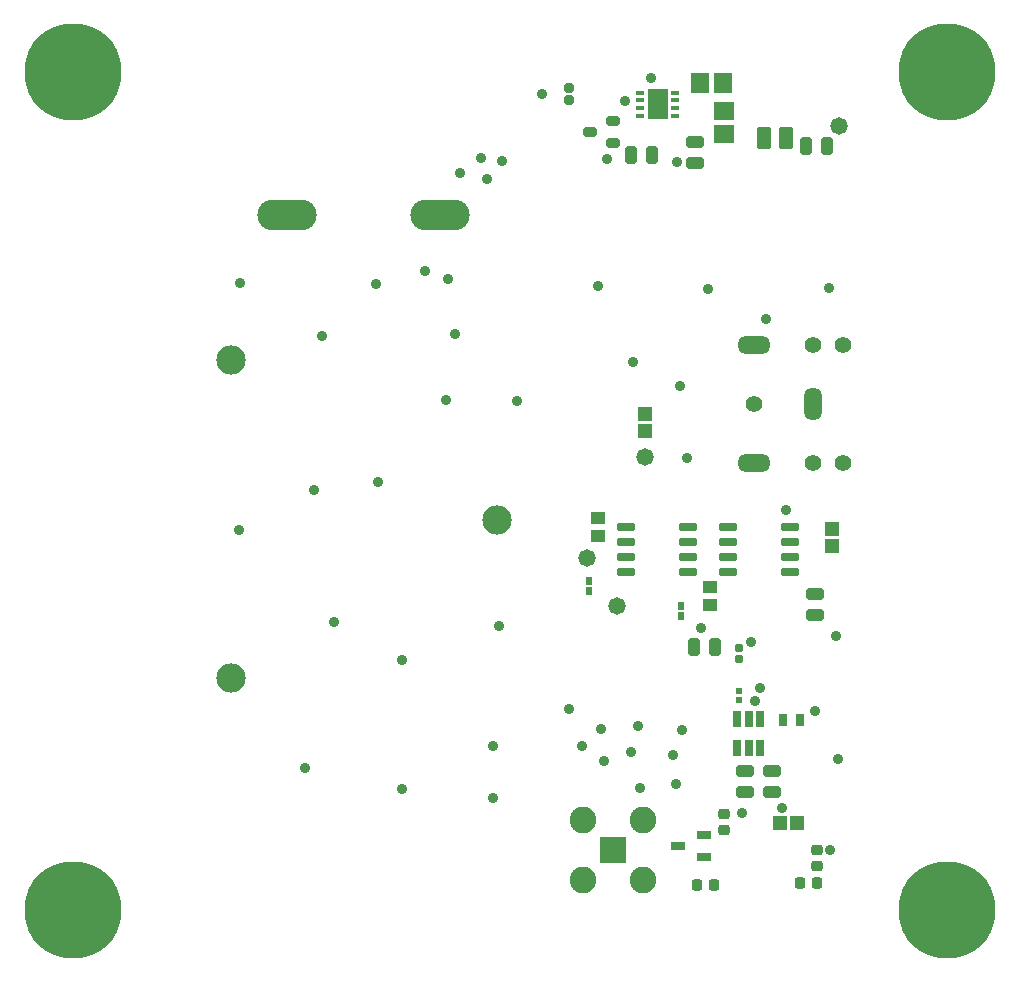
<source format=gbr>
%TF.GenerationSoftware,Altium Limited,Altium Designer,24.2.2 (26)*%
G04 Layer_Color=8388736*
%FSLAX45Y45*%
%MOMM*%
%TF.SameCoordinates,979FBE80-878B-4EC3-91C7-7055811A0E5A*%
%TF.FilePolarity,Negative*%
%TF.FileFunction,Soldermask,Top*%
%TF.Part,Single*%
G01*
G75*
%TA.AperFunction,SMDPad,CuDef*%
%ADD13R,0.80000X0.30247*%
%ADD16R,0.61583X0.65964*%
%ADD17R,0.75000X1.00000*%
%ADD27R,1.75000X2.50000*%
%ADD29R,0.52000X0.52000*%
G04:AMPARAMS|DCode=56|XSize=0.7532mm|YSize=1.4532mm|CornerRadius=0.1511mm|HoleSize=0mm|Usage=FLASHONLY|Rotation=270.000|XOffset=0mm|YOffset=0mm|HoleType=Round|Shape=RoundedRectangle|*
%AMROUNDEDRECTD56*
21,1,0.75320,1.15100,0,0,270.0*
21,1,0.45100,1.45320,0,0,270.0*
1,1,0.30220,-0.57550,-0.22550*
1,1,0.30220,-0.57550,0.22550*
1,1,0.30220,0.57550,0.22550*
1,1,0.30220,0.57550,-0.22550*
%
%ADD56ROUNDEDRECTD56*%
G04:AMPARAMS|DCode=57|XSize=1.5032mm|YSize=0.9632mm|CornerRadius=0.1966mm|HoleSize=0mm|Usage=FLASHONLY|Rotation=180.000|XOffset=0mm|YOffset=0mm|HoleType=Round|Shape=RoundedRectangle|*
%AMROUNDEDRECTD57*
21,1,1.50320,0.57000,0,0,180.0*
21,1,1.11000,0.96320,0,0,180.0*
1,1,0.39320,-0.55500,0.28500*
1,1,0.39320,0.55500,0.28500*
1,1,0.39320,0.55500,-0.28500*
1,1,0.39320,-0.55500,-0.28500*
%
%ADD57ROUNDEDRECTD57*%
%ADD58R,1.30320X1.20320*%
%ADD59R,1.30320X0.80320*%
G04:AMPARAMS|DCode=60|XSize=0.9632mm|YSize=0.8636mm|CornerRadius=0.18415mm|HoleSize=0mm|Usage=FLASHONLY|Rotation=90.000|XOffset=0mm|YOffset=0mm|HoleType=Round|Shape=RoundedRectangle|*
%AMROUNDEDRECTD60*
21,1,0.96320,0.49530,0,0,90.0*
21,1,0.59490,0.86360,0,0,90.0*
1,1,0.36830,0.24765,0.29745*
1,1,0.36830,0.24765,-0.29745*
1,1,0.36830,-0.24765,-0.29745*
1,1,0.36830,-0.24765,0.29745*
%
%ADD60ROUNDEDRECTD60*%
G04:AMPARAMS|DCode=61|XSize=0.9632mm|YSize=0.8636mm|CornerRadius=0.18415mm|HoleSize=0mm|Usage=FLASHONLY|Rotation=180.000|XOffset=0mm|YOffset=0mm|HoleType=Round|Shape=RoundedRectangle|*
%AMROUNDEDRECTD61*
21,1,0.96320,0.49530,0,0,180.0*
21,1,0.59490,0.86360,0,0,180.0*
1,1,0.36830,-0.29745,0.24765*
1,1,0.36830,0.29745,0.24765*
1,1,0.36830,0.29745,-0.24765*
1,1,0.36830,-0.29745,-0.24765*
%
%ADD61ROUNDEDRECTD61*%
G04:AMPARAMS|DCode=62|XSize=0.7532mm|YSize=0.7032mm|CornerRadius=0.1641mm|HoleSize=0mm|Usage=FLASHONLY|Rotation=180.000|XOffset=0mm|YOffset=0mm|HoleType=Round|Shape=RoundedRectangle|*
%AMROUNDEDRECTD62*
21,1,0.75320,0.37500,0,0,180.0*
21,1,0.42500,0.70320,0,0,180.0*
1,1,0.32820,-0.21250,0.18750*
1,1,0.32820,0.21250,0.18750*
1,1,0.32820,0.21250,-0.18750*
1,1,0.32820,-0.21250,-0.18750*
%
%ADD62ROUNDEDRECTD62*%
%ADD63R,1.20320X1.30320*%
%ADD64R,0.80320X1.40320*%
%ADD65R,1.20320X1.00320*%
G04:AMPARAMS|DCode=66|XSize=1.5032mm|YSize=0.9632mm|CornerRadius=0.1966mm|HoleSize=0mm|Usage=FLASHONLY|Rotation=90.000|XOffset=0mm|YOffset=0mm|HoleType=Round|Shape=RoundedRectangle|*
%AMROUNDEDRECTD66*
21,1,1.50320,0.57000,0,0,90.0*
21,1,1.11000,0.96320,0,0,90.0*
1,1,0.39320,0.28500,0.55500*
1,1,0.39320,0.28500,-0.55500*
1,1,0.39320,-0.28500,-0.55500*
1,1,0.39320,-0.28500,0.55500*
%
%ADD66ROUNDEDRECTD66*%
G04:AMPARAMS|DCode=67|XSize=1.2032mm|YSize=1.9032mm|CornerRadius=0.2266mm|HoleSize=0mm|Usage=FLASHONLY|Rotation=180.000|XOffset=0mm|YOffset=0mm|HoleType=Round|Shape=RoundedRectangle|*
%AMROUNDEDRECTD67*
21,1,1.20320,1.45000,0,0,180.0*
21,1,0.75000,1.90320,0,0,180.0*
1,1,0.45320,-0.37500,0.72500*
1,1,0.45320,0.37500,0.72500*
1,1,0.45320,0.37500,-0.72500*
1,1,0.45320,-0.37500,-0.72500*
%
%ADD67ROUNDEDRECTD67*%
%ADD68R,1.65320X1.55320*%
%TA.AperFunction,TestPad*%
G04:AMPARAMS|DCode=69|XSize=0.8032mm|YSize=1.2032mm|CornerRadius=0.1766mm|HoleSize=0mm|Usage=FLASHONLY|Rotation=90.000|XOffset=0mm|YOffset=0mm|HoleType=Round|Shape=RoundedRectangle|*
%AMROUNDEDRECTD69*
21,1,0.80320,0.85000,0,0,90.0*
21,1,0.45000,1.20320,0,0,90.0*
1,1,0.35320,0.42500,0.22500*
1,1,0.35320,0.42500,-0.22500*
1,1,0.35320,-0.42500,-0.22500*
1,1,0.35320,-0.42500,0.22500*
%
%ADD69ROUNDEDRECTD69*%
%TA.AperFunction,SMDPad,CuDef*%
G04:AMPARAMS|DCode=70|XSize=0.8032mm|YSize=0.9032mm|CornerRadius=0.1766mm|HoleSize=0mm|Usage=FLASHONLY|Rotation=270.000|XOffset=0mm|YOffset=0mm|HoleType=Round|Shape=RoundedRectangle|*
%AMROUNDEDRECTD70*
21,1,0.80320,0.55000,0,0,270.0*
21,1,0.45000,0.90320,0,0,270.0*
1,1,0.35320,-0.27500,-0.22500*
1,1,0.35320,-0.27500,0.22500*
1,1,0.35320,0.27500,0.22500*
1,1,0.35320,0.27500,-0.22500*
%
%ADD70ROUNDEDRECTD70*%
%ADD71R,1.55320X1.65320*%
%TA.AperFunction,ComponentPad*%
%ADD72C,2.48920*%
%ADD73O,5.02320X2.61320*%
%ADD74C,8.20320*%
%ADD75O,1.51120X2.81920*%
%ADD76O,2.81920X1.51120*%
%ADD77C,1.40320*%
%ADD78C,2.25320*%
%ADD79R,2.25320X2.25320*%
%TA.AperFunction,ViaPad*%
%ADD80C,0.90320*%
%ADD81C,0.96520*%
%ADD82C,1.47320*%
D13*
X16100253Y9520900D02*
D03*
X15802147Y9325900D02*
D03*
Y9390900D02*
D03*
Y9455900D02*
D03*
Y9520900D02*
D03*
X16100253Y9455900D02*
D03*
Y9390900D02*
D03*
Y9325900D02*
D03*
D16*
X16146780Y5173980D02*
D03*
Y5088730D02*
D03*
X15369540Y5389325D02*
D03*
Y5304075D02*
D03*
D17*
X17155161Y4206240D02*
D03*
X17010159D02*
D03*
D27*
X15951199Y9423400D02*
D03*
D29*
X16644620Y4459600D02*
D03*
Y4379600D02*
D03*
D56*
X17072220Y5463540D02*
D03*
Y5590540D02*
D03*
Y5717540D02*
D03*
Y5844540D02*
D03*
X16547220Y5463540D02*
D03*
Y5590540D02*
D03*
Y5717540D02*
D03*
Y5844540D02*
D03*
X16211160Y5461000D02*
D03*
Y5588000D02*
D03*
Y5715000D02*
D03*
Y5842000D02*
D03*
X15686160Y5461000D02*
D03*
Y5588000D02*
D03*
Y5715000D02*
D03*
Y5842000D02*
D03*
D57*
X16695419Y3600620D02*
D03*
Y3779620D02*
D03*
X16918941Y3776980D02*
D03*
Y3597980D02*
D03*
X17284700Y5276680D02*
D03*
Y5097680D02*
D03*
X16268700Y8928000D02*
D03*
Y9107000D02*
D03*
D58*
X15841980Y6658500D02*
D03*
Y6803500D02*
D03*
X17429480Y5684520D02*
D03*
Y5829520D02*
D03*
D59*
X16348219Y3046980D02*
D03*
Y3236980D02*
D03*
X16128220Y3141980D02*
D03*
D60*
X17301360Y2829560D02*
D03*
X17161360D02*
D03*
X16287601Y2809240D02*
D03*
X16427600D02*
D03*
D61*
X16515080Y3415180D02*
D03*
Y3275180D02*
D03*
X17297400Y3110380D02*
D03*
Y2970380D02*
D03*
D62*
X16637000Y4817660D02*
D03*
Y4727660D02*
D03*
D63*
X16986140Y3335020D02*
D03*
X17131140D02*
D03*
D64*
X16818359Y3972020D02*
D03*
X16723360D02*
D03*
X16628360D02*
D03*
Y4222020D02*
D03*
X16723360D02*
D03*
X16818359D02*
D03*
D65*
X16395700Y5186540D02*
D03*
Y5336540D02*
D03*
X15450819Y5767000D02*
D03*
Y5917000D02*
D03*
D66*
X16257440Y4828540D02*
D03*
X16436440D02*
D03*
X15725140Y8991600D02*
D03*
X15904140D02*
D03*
X17387399Y9067800D02*
D03*
X17208400D02*
D03*
D67*
X17039340Y9133840D02*
D03*
X16849339D02*
D03*
D68*
X16510001Y9368500D02*
D03*
Y9173500D02*
D03*
D69*
X15377820Y9188200D02*
D03*
X15577820Y9283200D02*
D03*
Y9093200D02*
D03*
D70*
X15199361Y9563100D02*
D03*
Y9463100D02*
D03*
D71*
X16310899Y9601200D02*
D03*
X16505901D02*
D03*
D72*
X14592300Y5905500D02*
D03*
X12341860Y4566920D02*
D03*
Y7254240D02*
D03*
D73*
X14112241Y8483600D02*
D03*
X12816840D02*
D03*
D74*
X11000000Y9700000D02*
D03*
Y2600000D02*
D03*
X18400000D02*
D03*
Y9700000D02*
D03*
D75*
X17271620Y6888480D02*
D03*
D76*
X16771620Y7388480D02*
D03*
Y6388480D02*
D03*
D77*
X17521620D02*
D03*
X17271620D02*
D03*
X16771620Y6888480D02*
D03*
X17521620Y7388480D02*
D03*
X17271620D02*
D03*
D78*
X15321280Y3365500D02*
D03*
X15829280D02*
D03*
Y2857500D02*
D03*
X15321280D02*
D03*
D79*
X15575281Y3111500D02*
D03*
D80*
X12410440Y5816600D02*
D03*
X14630400Y8940800D02*
D03*
X14452600Y8966200D02*
D03*
X14503400Y8788400D02*
D03*
X14274800Y8839200D02*
D03*
X17475200Y3881120D02*
D03*
X16200121Y6428740D02*
D03*
X16111220Y3670300D02*
D03*
X15499080Y3863340D02*
D03*
X15476221Y4137660D02*
D03*
X15788640Y4155440D02*
D03*
X15806419Y3637280D02*
D03*
X16080740Y3911600D02*
D03*
X16159480Y4122420D02*
D03*
X15725140Y3937000D02*
D03*
X15313660Y3992880D02*
D03*
X15201900Y4300220D02*
D03*
X17459959Y4919980D02*
D03*
X16144240Y7040880D02*
D03*
X17401540Y7863840D02*
D03*
X16377921Y7856220D02*
D03*
X15740379Y7241540D02*
D03*
X15443201Y7886700D02*
D03*
X12418060Y7912100D02*
D03*
X14234160Y7475220D02*
D03*
X14175740Y7945120D02*
D03*
X13982700Y8008620D02*
D03*
X13563600Y7904480D02*
D03*
X13111481Y7459980D02*
D03*
X14160500Y6918960D02*
D03*
X14765021Y6911340D02*
D03*
X13040359Y6154420D02*
D03*
X13581380Y6225540D02*
D03*
X13210539Y5041900D02*
D03*
X13789661Y4719320D02*
D03*
X14605000Y5008880D02*
D03*
X12966701Y3807460D02*
D03*
X13789661Y3629660D02*
D03*
X14556740Y3992880D02*
D03*
Y3548380D02*
D03*
X16870680Y7604760D02*
D03*
X16316960Y4991100D02*
D03*
X17284700Y4287520D02*
D03*
X16118840Y8935720D02*
D03*
X17414240Y3108960D02*
D03*
X16779240Y4368800D02*
D03*
X16817340Y4480560D02*
D03*
X16741141Y4871720D02*
D03*
X17002760Y3464560D02*
D03*
X16667480Y3423920D02*
D03*
X17035780Y5989320D02*
D03*
X15671800Y9447800D02*
D03*
X15897861Y9641840D02*
D03*
X14975841Y9507220D02*
D03*
X15519400Y8956040D02*
D03*
D81*
X10757533Y9942467D02*
D03*
X10657100Y9700000D02*
D03*
X10757533Y9457533D02*
D03*
X11000000Y9357100D02*
D03*
X11242467Y9457533D02*
D03*
X11342900Y9700000D02*
D03*
X11242467Y9942467D02*
D03*
X11000000Y10042900D02*
D03*
X10757533Y2842467D02*
D03*
X10657100Y2600000D02*
D03*
X10757533Y2357533D02*
D03*
X11000000Y2257100D02*
D03*
X11242467Y2357533D02*
D03*
X11342900Y2600000D02*
D03*
X11242467Y2842467D02*
D03*
X11000000Y2942900D02*
D03*
X18157533Y2842467D02*
D03*
X18057100Y2600000D02*
D03*
X18157533Y2357533D02*
D03*
X18400000Y2257100D02*
D03*
X18642467Y2357533D02*
D03*
X18742900Y2600000D02*
D03*
X18642467Y2842467D02*
D03*
X18400000Y2942900D02*
D03*
X18157533Y9942467D02*
D03*
X18057100Y9700000D02*
D03*
X18157533Y9457533D02*
D03*
X18400000Y9357100D02*
D03*
X18642467Y9457533D02*
D03*
X18742900Y9700000D02*
D03*
X18642467Y9942467D02*
D03*
X18400000Y10042900D02*
D03*
D82*
X15847060Y6433820D02*
D03*
X15356841Y5585460D02*
D03*
X15610840Y5173980D02*
D03*
X17487900Y9240520D02*
D03*
%TF.MD5,4156e4c86aeb946c77d6d47eec2c692b*%
M02*

</source>
